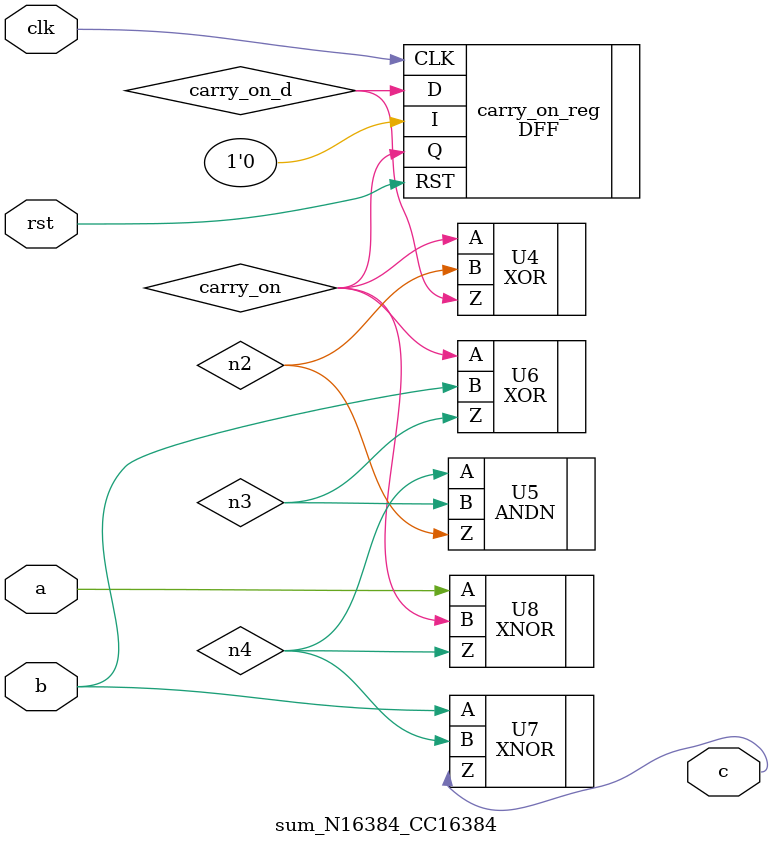
<source format=v>

module sum_N16384_CC16384 ( clk, rst, a, b, c );
  input [0:0] a;
  input [0:0] b;
  output [0:0] c;
  input clk, rst;
  wire   carry_on, carry_on_d, n2, n3, n4;

  DFF carry_on_reg ( .D(carry_on_d), .CLK(clk), .RST(rst), .I(1'b0), .Q(
        carry_on) );
  XOR U4 ( .A(carry_on), .B(n2), .Z(carry_on_d) );
  ANDN U5 ( .B(n3), .A(n4), .Z(n2) );
  XOR U6 ( .A(carry_on), .B(b[0]), .Z(n3) );
  XNOR U7 ( .A(b[0]), .B(n4), .Z(c[0]) );
  XNOR U8 ( .A(a[0]), .B(carry_on), .Z(n4) );
endmodule


</source>
